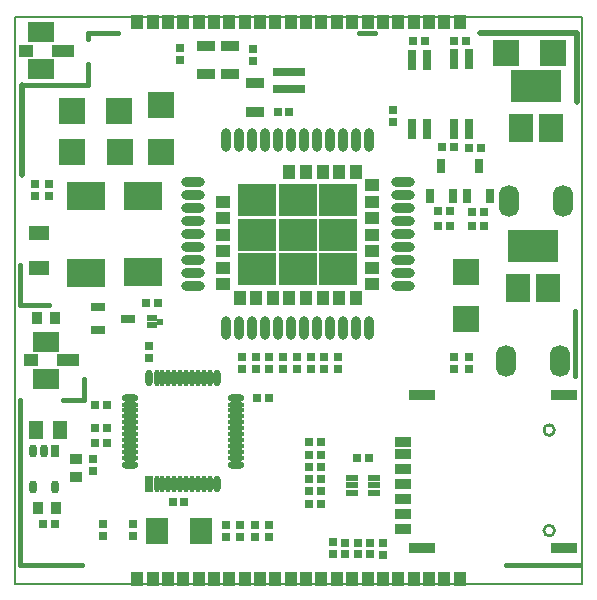
<source format=gts>
%FSLAX25Y25*%
%MOIN*%
G70*
G01*
G75*
G04 Layer_Color=8388736*
%ADD10C,0.01500*%
%ADD11C,0.00800*%
%ADD12C,0.01000*%
%ADD13R,0.07874X0.07874*%
%ADD14O,0.01969X0.03543*%
%ADD15R,0.01969X0.03543*%
%ADD16O,0.01969X0.03543*%
%ADD17R,0.03937X0.05118*%
%ADD18R,0.02362X0.02362*%
%ADD19R,0.02756X0.03347*%
%ADD20R,0.02362X0.02362*%
%ADD21R,0.03347X0.02756*%
%ADD22R,0.07874X0.07874*%
%ADD23R,0.01181X0.01378*%
%ADD24R,0.00984X0.01378*%
%ADD25R,0.01181X0.01181*%
%ADD26R,0.03937X0.03150*%
%ADD27R,0.07874X0.06000*%
%ADD28R,0.07000X0.03150*%
%ADD29R,0.08268X0.02756*%
%ADD30R,0.04843X0.02559*%
%ADD31R,0.03347X0.01575*%
%ADD32R,0.11811X0.08661*%
%ADD33R,0.05906X0.03937*%
%ADD34R,0.03937X0.02362*%
%ADD35O,0.04724X0.00984*%
%ADD36O,0.00984X0.04724*%
%ADD37O,0.01772X0.04724*%
%ADD38O,0.04724X0.01772*%
%ADD39R,0.01772X0.04724*%
%ADD40R,0.06693X0.07874*%
%ADD41R,0.15748X0.09843*%
%ADD42R,0.07087X0.08661*%
%ADD43O,0.05906X0.09843*%
%ADD44R,0.05315X0.02559*%
%ADD45R,0.02362X0.03937*%
%ADD46R,0.02362X0.05906*%
%ADD47R,0.09843X0.01969*%
%ADD48R,0.03150X0.03937*%
%ADD49R,0.11811X0.09843*%
%ADD50O,0.02362X0.07087*%
%ADD51O,0.07087X0.02362*%
%ADD52C,0.02000*%
%ADD53C,0.03000*%
%ADD54C,0.04000*%
%ADD55C,0.00500*%
%ADD56C,0.00600*%
%ADD57R,0.13900X0.08300*%
%ADD58R,0.12600X0.12100*%
%ADD59R,0.08000X0.21700*%
%ADD60R,0.12900X0.12000*%
%ADD61R,0.20000X0.24300*%
%ADD62R,0.17900X0.23800*%
%ADD63R,0.03543X0.03937*%
%ADD64C,0.02000*%
%ADD65C,0.03000*%
%ADD66C,0.04000*%
%ADD67R,0.01969X0.07874*%
%ADD68R,0.08800X0.12000*%
%ADD69R,0.11500X0.17000*%
%ADD70R,0.03600X0.47300*%
%ADD71R,0.10500X0.02800*%
%ADD72R,0.03700X0.17600*%
%ADD73R,0.06000X0.01400*%
%ADD74R,0.10800X0.14700*%
%ADD75R,0.11600X0.20800*%
%ADD76R,0.12800X0.23400*%
%ADD77C,0.00300*%
%ADD78C,0.00493*%
%ADD79C,0.00787*%
%ADD80C,0.00400*%
%ADD81C,0.00591*%
%ADD82C,0.00700*%
%ADD83R,0.11811X0.01575*%
%ADD84R,0.02756X0.04724*%
%ADD85R,0.03543X0.01968*%
%ADD86C,0.01575*%
%ADD87R,0.08674X0.08674*%
%ADD88O,0.02769X0.04343*%
%ADD89R,0.02769X0.04343*%
%ADD90O,0.02769X0.04343*%
%ADD91R,0.04737X0.05918*%
%ADD92R,0.03162X0.03162*%
%ADD93R,0.03556X0.04147*%
%ADD94R,0.03162X0.03162*%
%ADD95R,0.04147X0.03556*%
%ADD96R,0.08674X0.08674*%
%ADD97R,0.01981X0.02178*%
%ADD98R,0.01784X0.02178*%
%ADD99R,0.01981X0.01981*%
%ADD100R,0.04737X0.03950*%
%ADD101R,0.08674X0.06800*%
%ADD102R,0.07800X0.03950*%
%ADD103R,0.09068X0.03556*%
%ADD104R,0.05643X0.03359*%
%ADD105R,0.04147X0.02375*%
%ADD106R,0.12611X0.09461*%
%ADD107R,0.06706X0.04737*%
%ADD108R,0.04737X0.03162*%
%ADD109O,0.05524X0.01784*%
%ADD110O,0.01784X0.05524*%
%ADD111O,0.02572X0.05524*%
%ADD112O,0.05524X0.02572*%
%ADD113R,0.02572X0.05524*%
%ADD114R,0.07493X0.08674*%
%ADD115R,0.16548X0.10642*%
%ADD116R,0.07887X0.09461*%
%ADD117O,0.06706X0.10642*%
%ADD118R,0.06115X0.03359*%
%ADD119R,0.03162X0.04737*%
%ADD120R,0.03162X0.06706*%
%ADD121R,0.10642X0.02769*%
%ADD122R,0.03950X0.04737*%
%ADD123R,0.12611X0.10642*%
%ADD124O,0.03162X0.07887*%
%ADD125O,0.07887X0.03162*%
%ADD126R,0.04343X0.04737*%
D12*
X179853Y17691D02*
G03*
X179853Y17691I-1772J0D01*
G01*
Y51155D02*
G03*
X179853Y51155I-1772J0D01*
G01*
D52*
X154900Y183666D02*
X187200D01*
X2200Y136200D02*
Y166100D01*
X187200Y160700D02*
Y183666D01*
D55*
X0Y0D02*
Y188976D01*
Y0D02*
X188976D01*
Y188976D01*
X0D02*
X188976D01*
D86*
X1700Y6100D02*
Y61218D01*
Y6100D02*
X22500D01*
X24500Y183666D02*
X34500D01*
X1700Y92795D02*
X11500D01*
X22954Y61300D02*
Y68300D01*
X2200Y166100D02*
X24500D01*
X15900Y61218D02*
X22954D01*
X1700Y92795D02*
Y106100D01*
X24500Y166100D02*
Y173199D01*
Y181400D02*
Y183666D01*
X114700Y183666D02*
X119900D01*
X186700Y69265D02*
Y91000D01*
X163700Y6100D02*
X188308D01*
D87*
X48600Y143800D02*
D03*
Y159548D02*
D03*
X150300Y103848D02*
D03*
Y88100D02*
D03*
D88*
X6020Y32338D02*
D03*
X9760Y44149D02*
D03*
X6020D02*
D03*
D89*
X13500D02*
D03*
D90*
Y32338D02*
D03*
D91*
X7100Y51100D02*
D03*
X14974D02*
D03*
D92*
X9463Y19900D02*
D03*
X13400D02*
D03*
X117937Y41900D02*
D03*
X114000D02*
D03*
X141063Y119200D02*
D03*
X145000D02*
D03*
X97963Y47200D02*
D03*
X101900D02*
D03*
X97963Y43000D02*
D03*
X101900D02*
D03*
X97963Y30900D02*
D03*
X101900D02*
D03*
Y35000D02*
D03*
X97963D02*
D03*
X101900Y39000D02*
D03*
X97963D02*
D03*
X101900Y26400D02*
D03*
X97963D02*
D03*
X47737Y93500D02*
D03*
X43800D02*
D03*
X87563Y157200D02*
D03*
X91500D02*
D03*
X30537Y51800D02*
D03*
X26600D02*
D03*
X30637Y47000D02*
D03*
X26700D02*
D03*
X30637Y59700D02*
D03*
X26700D02*
D03*
X52563Y27100D02*
D03*
X56500D02*
D03*
X80663Y62000D02*
D03*
X84600D02*
D03*
X156337Y119100D02*
D03*
X152400D02*
D03*
X156337Y124000D02*
D03*
X152400D02*
D03*
X136537Y180800D02*
D03*
X132600D02*
D03*
X141163Y124100D02*
D03*
X145100D02*
D03*
X142263Y145400D02*
D03*
X146200D02*
D03*
X150237Y180900D02*
D03*
X146300D02*
D03*
X155200Y145200D02*
D03*
X151263D02*
D03*
D93*
X7700Y25349D02*
D03*
X13605D02*
D03*
X13300Y88400D02*
D03*
X7395D02*
D03*
D94*
X25900Y37649D02*
D03*
Y41586D02*
D03*
X11325Y133118D02*
D03*
Y129181D02*
D03*
X6625Y133118D02*
D03*
Y129181D02*
D03*
X89357Y75537D02*
D03*
Y71600D02*
D03*
X84771Y75537D02*
D03*
Y71600D02*
D03*
X107700Y75537D02*
D03*
Y71600D02*
D03*
X93943D02*
D03*
Y75537D02*
D03*
X80186Y71600D02*
D03*
Y75537D02*
D03*
X103114Y71600D02*
D03*
Y75537D02*
D03*
X98528Y71600D02*
D03*
Y75537D02*
D03*
X75600Y71600D02*
D03*
Y75537D02*
D03*
X39500Y19837D02*
D03*
Y15900D02*
D03*
X70300Y19637D02*
D03*
Y15700D02*
D03*
X79900Y19637D02*
D03*
Y15700D02*
D03*
X75100Y19637D02*
D03*
Y15700D02*
D03*
X84700Y19637D02*
D03*
Y15700D02*
D03*
X44800Y75163D02*
D03*
Y79100D02*
D03*
X29300Y19837D02*
D03*
Y15900D02*
D03*
X79229Y174117D02*
D03*
Y178054D02*
D03*
X146225Y75537D02*
D03*
Y71600D02*
D03*
X151425Y75637D02*
D03*
Y71700D02*
D03*
X54929Y174617D02*
D03*
Y178554D02*
D03*
X105900Y13737D02*
D03*
Y9800D02*
D03*
X110000Y13700D02*
D03*
Y9763D02*
D03*
X114267Y13700D02*
D03*
Y9763D02*
D03*
X122700Y13537D02*
D03*
Y9600D02*
D03*
X126100Y157837D02*
D03*
Y153900D02*
D03*
X118433Y9763D02*
D03*
Y13700D02*
D03*
D95*
X20500Y35686D02*
D03*
Y41591D02*
D03*
D96*
X34848Y144000D02*
D03*
X19100D02*
D03*
X19052Y157600D02*
D03*
X34800D02*
D03*
X163652Y176800D02*
D03*
X179400D02*
D03*
D97*
X44857Y88432D02*
D03*
Y86168D02*
D03*
D98*
X46727Y88432D02*
D03*
Y86168D02*
D03*
D99*
X48400Y87300D02*
D03*
D100*
X5300Y74400D02*
D03*
X3700Y177700D02*
D03*
X119058Y132838D02*
D03*
Y127326D02*
D03*
Y121814D02*
D03*
Y116302D02*
D03*
Y110791D02*
D03*
Y105279D02*
D03*
X69416Y127326D02*
D03*
Y110791D02*
D03*
Y105279D02*
D03*
Y99767D02*
D03*
Y116302D02*
D03*
Y121814D02*
D03*
X119058Y99767D02*
D03*
D101*
X10300Y68264D02*
D03*
X10400Y80500D02*
D03*
X8700Y171564D02*
D03*
X8800Y183800D02*
D03*
D102*
X17536Y74400D02*
D03*
X15936Y177700D02*
D03*
D103*
X183002Y62927D02*
D03*
X135758D02*
D03*
X183002Y11785D02*
D03*
X135758D02*
D03*
D104*
X129400Y38360D02*
D03*
Y33360D02*
D03*
Y28360D02*
D03*
Y23360D02*
D03*
Y18360D02*
D03*
Y43360D02*
D03*
Y47100D02*
D03*
D105*
X112458Y30241D02*
D03*
X119742Y32800D02*
D03*
Y30241D02*
D03*
X112458Y32800D02*
D03*
Y35359D02*
D03*
X119742D02*
D03*
D106*
X42800Y103709D02*
D03*
Y129300D02*
D03*
X23600Y103609D02*
D03*
Y129200D02*
D03*
D107*
X7900Y116911D02*
D03*
Y105100D02*
D03*
D108*
X27800Y92300D02*
D03*
X37642Y88363D02*
D03*
X27800Y84426D02*
D03*
D109*
X73775Y45895D02*
D03*
Y53769D02*
D03*
Y47864D02*
D03*
Y51801D02*
D03*
Y49832D02*
D03*
Y57706D02*
D03*
X38342Y51801D02*
D03*
Y59675D02*
D03*
X73775Y43927D02*
D03*
Y55738D02*
D03*
X38342Y57706D02*
D03*
Y55738D02*
D03*
Y53769D02*
D03*
Y49832D02*
D03*
Y47864D02*
D03*
Y45895D02*
D03*
Y43927D02*
D03*
Y41958D02*
D03*
X73775D02*
D03*
Y59675D02*
D03*
D110*
X62948Y33100D02*
D03*
X53105D02*
D03*
X59011D02*
D03*
X64917D02*
D03*
X55074D02*
D03*
X49169D02*
D03*
X57042Y68533D02*
D03*
X60979D02*
D03*
X62948D02*
D03*
X47200Y33100D02*
D03*
Y68533D02*
D03*
X57042Y33100D02*
D03*
X51137D02*
D03*
X64917Y68533D02*
D03*
X55074D02*
D03*
X51137D02*
D03*
X53105D02*
D03*
X59011D02*
D03*
X49169Y68533D02*
D03*
X60979Y33100D02*
D03*
D111*
X67279D02*
D03*
Y68533D02*
D03*
X44838D02*
D03*
D112*
X73775Y39596D02*
D03*
X38342Y62037D02*
D03*
Y39596D02*
D03*
X73775Y62037D02*
D03*
D113*
X44838Y33100D02*
D03*
D114*
X61900Y17600D02*
D03*
X47333D02*
D03*
D115*
X173600Y165880D02*
D03*
X172600Y112680D02*
D03*
D116*
X178521Y151706D02*
D03*
X168679Y151706D02*
D03*
X177521Y98506D02*
D03*
X167679Y98506D02*
D03*
D117*
X182655Y127494D02*
D03*
X164545D02*
D03*
X181655Y74294D02*
D03*
X163545D02*
D03*
D118*
X71829Y169754D02*
D03*
Y179203D02*
D03*
X63729Y169754D02*
D03*
Y179203D02*
D03*
X80163Y157326D02*
D03*
Y166775D02*
D03*
D119*
X138200Y129300D02*
D03*
X142137Y139143D02*
D03*
X146074Y129300D02*
D03*
X150600D02*
D03*
X154537Y139143D02*
D03*
X158474Y129300D02*
D03*
D120*
X132500Y174531D02*
D03*
X137500D02*
D03*
Y151500D02*
D03*
X132500D02*
D03*
X146300Y174732D02*
D03*
X151300D02*
D03*
Y151700D02*
D03*
X146300D02*
D03*
D121*
X91400Y164750D02*
D03*
Y170650D02*
D03*
D122*
X108035Y137369D02*
D03*
X97011D02*
D03*
X91499D02*
D03*
X102523Y95236D02*
D03*
X97011D02*
D03*
X85987D02*
D03*
X74964D02*
D03*
X80476D02*
D03*
X91499D02*
D03*
X108035D02*
D03*
X113546D02*
D03*
Y137369D02*
D03*
X102523D02*
D03*
D123*
X107605Y116302D02*
D03*
Y127720D02*
D03*
Y104885D02*
D03*
X94219Y116302D02*
D03*
Y104885D02*
D03*
X80833Y116302D02*
D03*
Y127720D02*
D03*
Y104885D02*
D03*
X94219Y127720D02*
D03*
D124*
X79061Y147798D02*
D03*
X113707D02*
D03*
X118038Y85200D02*
D03*
X70400D02*
D03*
X74731D02*
D03*
X79061D02*
D03*
X83392D02*
D03*
X87723D02*
D03*
X92054D02*
D03*
X96384D02*
D03*
X100715D02*
D03*
X105046D02*
D03*
X109376D02*
D03*
X113707D02*
D03*
X70400Y147798D02*
D03*
X74731D02*
D03*
X83392D02*
D03*
X87723D02*
D03*
X92054D02*
D03*
X96384D02*
D03*
X100715D02*
D03*
X105046D02*
D03*
X118038D02*
D03*
X109376D02*
D03*
D125*
X59180Y99176D02*
D03*
X129258Y116499D02*
D03*
Y112169D02*
D03*
Y107838D02*
D03*
Y99176D02*
D03*
X59180Y133822D02*
D03*
Y129491D02*
D03*
Y125161D02*
D03*
Y120830D02*
D03*
Y116499D02*
D03*
Y112169D02*
D03*
Y107838D02*
D03*
Y103507D02*
D03*
X129258Y120830D02*
D03*
Y125161D02*
D03*
Y129491D02*
D03*
Y133822D02*
D03*
Y103507D02*
D03*
D126*
X148228Y1668D02*
D03*
X143110D02*
D03*
X137992D02*
D03*
X132874D02*
D03*
X127756D02*
D03*
X122638D02*
D03*
X117520D02*
D03*
X112402D02*
D03*
X107283D02*
D03*
X102165D02*
D03*
X97047D02*
D03*
X91929D02*
D03*
X86811D02*
D03*
X81693D02*
D03*
X76575D02*
D03*
X71457D02*
D03*
X66339D02*
D03*
X61221D02*
D03*
X56102D02*
D03*
X50984D02*
D03*
X45866D02*
D03*
X40748D02*
D03*
X40748Y187308D02*
D03*
X45866D02*
D03*
X50984D02*
D03*
X56102D02*
D03*
X61221D02*
D03*
X66339D02*
D03*
X71457D02*
D03*
X76575D02*
D03*
X81693D02*
D03*
X86811D02*
D03*
X91929D02*
D03*
X97047D02*
D03*
X102165D02*
D03*
X107283D02*
D03*
X112402D02*
D03*
X117520D02*
D03*
X122638D02*
D03*
X127756D02*
D03*
X132874D02*
D03*
X137992D02*
D03*
X143110D02*
D03*
X148228D02*
D03*
M02*

</source>
